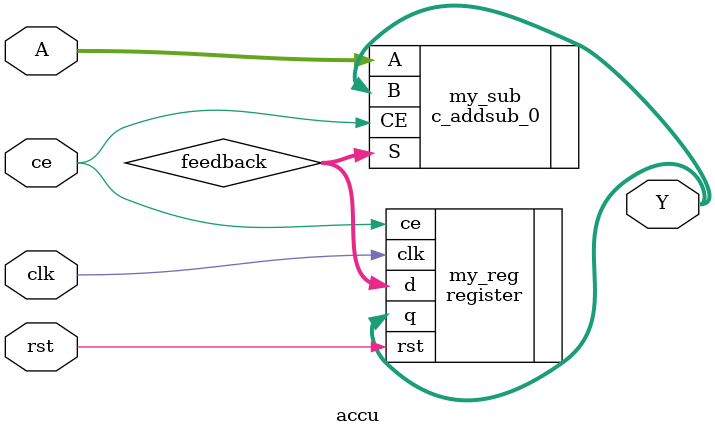
<source format=v>
`timescale 1ns / 1ps


module accu
(
    input clk,
    input rst,
    input ce,
    input [12:0] A,
    output [20:0] Y
);
wire signed [20:0] feedback;
register #
(
    .N(21)
) my_reg
(
    .rst(rst),
    .clk(clk),
    .ce(ce),
    .d(feedback),
    .q(Y)
);
c_addsub_0 my_sub
(
    .A(A),
    .B(Y),
//    .CLK(clk),
    .CE(ce),
    .S(feedback)
);

endmodule

</source>
